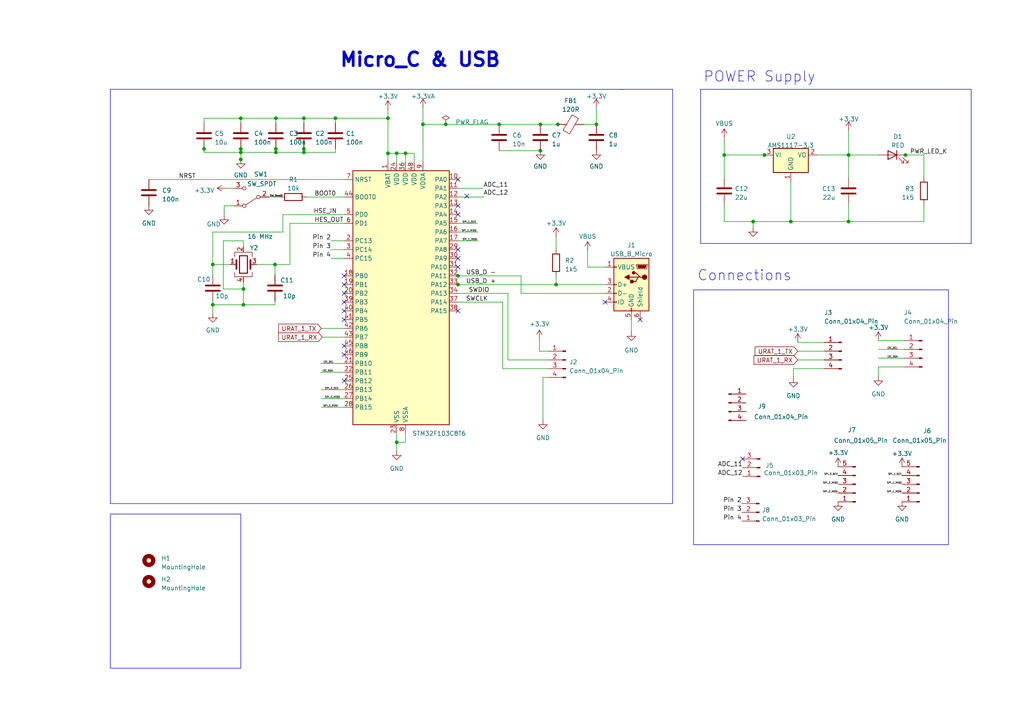
<source format=kicad_sch>
(kicad_sch (version 20230121) (generator eeschema)
  (paper "A4")
  (title_block (date "2023-10-21") (rev "1") (company "Amajd Trablsi "))
  (lib_symbols
    (symbol "Connector:Conn_01x03_Pin" (pin_names (offset 1.016) hide)
      (property "Reference" "J" (at 0 5.08 0))
      (property "Value" "Conn_01x03_Pin" (at 0 -5.08 0))
      (symbol "Conn_01x03_Pin_1_1"
        (polyline (pts (xy 1.27 -2.54) (xy 0.8636 -2.54)) (stroke (width 0.1524)))
        (polyline (pts (xy 1.27 0) (xy 0.8636 0)) (stroke (width 0.1524)))
        (polyline (pts (xy 1.27 2.54) (xy 0.8636 2.54)) (stroke (width 0.1524)))
        (rectangle (start 0.8636 -2.413) (end 0 -2.667) (stroke (width 0.1524)) (fill (type outline)))
        (rectangle (start 0.8636 0.127) (end 0 -0.127) (stroke (width 0.1524)) (fill (type outline)))
        (rectangle (start 0.8636 2.667) (end 0 2.413) (stroke (width 0.1524)) (fill (type outline)))
        (pin passive line (at 5.08 2.54 180) (length 3.81) (name "Pin_1") (number "1"))
        (pin passive line (at 5.08 0 180) (length 3.81) (name "Pin_2") (number "2"))
        (pin passive line (at 5.08 -2.54 180) (length 3.81) (name "Pin_3") (number "3"))
      )
    )
    (symbol "Connector:Conn_01x04_Pin" (pin_names (offset 1.016) hide)
      (property "Reference" "J" (at 0 5.08 0))
      (property "Value" "Conn_01x04_Pin" (at 0 -7.62 0))
      (symbol "Conn_01x04_Pin_1_1"
        (polyline (pts (xy 1.27 -5.08) (xy 0.8636 -5.08)) (stroke (width 0.1524)))
        (polyline (pts (xy 1.27 -2.54) (xy 0.8636 -2.54)) (stroke (width 0.1524)))
        (polyline (pts (xy 1.27 0) (xy 0.8636 0)) (stroke (width 0.1524)))
        (polyline (pts (xy 1.27 2.54) (xy 0.8636 2.54)) (stroke (width 0.1524)))
        (rectangle (start 0.8636 -4.953) (end 0 -5.207) (stroke (width 0.1524)) (fill (type outline)))
        (rectangle (start 0.8636 -2.413) (end 0 -2.667) (stroke (width 0.1524)) (fill (type outline)))
        (rectangle (start 0.8636 0.127) (end 0 -0.127) (stroke (width 0.1524)) (fill (type outline)))
        (rectangle (start 0.8636 2.667) (end 0 2.413) (stroke (width 0.1524)) (fill (type outline)))
        (pin passive line (at 5.08 2.54 180) (length 3.81) (name "Pin_1") (number "1"))
        (pin passive line (at 5.08 0 180) (length 3.81) (name "Pin_2") (number "2"))
        (pin passive line (at 5.08 -2.54 180) (length 3.81) (name "Pin_3") (number "3"))
        (pin passive line (at 5.08 -5.08 180) (length 3.81) (name "Pin_4") (number "4"))
      )
    )
    (symbol "Connector:Conn_01x05_Pin" (pin_names (offset 1.016) hide)
      (property "Reference" "J" (at 0 7.62 0))
      (property "Value" "Conn_01x05_Pin" (at 0 -7.62 0))
      (symbol "Conn_01x05_Pin_1_1"
        (polyline (pts (xy 1.27 -5.08) (xy 0.8636 -5.08)) (stroke (width 0.1524)))
        (polyline (pts (xy 1.27 -2.54) (xy 0.8636 -2.54)) (stroke (width 0.1524)))
        (polyline (pts (xy 1.27 0) (xy 0.8636 0)) (stroke (width 0.1524)))
        (polyline (pts (xy 1.27 2.54) (xy 0.8636 2.54)) (stroke (width 0.1524)))
        (polyline (pts (xy 1.27 5.08) (xy 0.8636 5.08)) (stroke (width 0.1524)))
        (rectangle (start 0.8636 -4.953) (end 0 -5.207) (stroke (width 0.1524)) (fill (type outline)))
        (rectangle (start 0.8636 -2.413) (end 0 -2.667) (stroke (width 0.1524)) (fill (type outline)))
        (rectangle (start 0.8636 0.127) (end 0 -0.127) (stroke (width 0.1524)) (fill (type outline)))
        (rectangle (start 0.8636 2.667) (end 0 2.413) (stroke (width 0.1524)) (fill (type outline)))
        (rectangle (start 0.8636 5.207) (end 0 4.953) (stroke (width 0.1524)) (fill (type outline)))
        (pin passive line (at 5.08 5.08 180) (length 3.81) (name "Pin_1") (number "1"))
        (pin passive line (at 5.08 2.54 180) (length 3.81) (name "Pin_2") (number "2"))
        (pin passive line (at 5.08 0 180) (length 3.81) (name "Pin_3") (number "3"))
        (pin passive line (at 5.08 -2.54 180) (length 3.81) (name "Pin_4") (number "4"))
        (pin passive line (at 5.08 -5.08 180) (length 3.81) (name "Pin_5") (number "5"))
      )
    )
    (symbol "Connector:USB_B_Micro" (pin_names (offset 1.016))
      (property "Reference" "J" (at -5.08 11.43 0))
      (property "Value" "USB_B_Micro" (at -5.08 8.89 0))
      (symbol "USB_B_Micro_0_1"
        (rectangle (start -5.08 -7.62) (end 5.08 7.62) (stroke (width 0.254)) (fill (type background)))
        (circle (center -3.81 2.159) (radius 0.635) (stroke (width 0.254)) (fill (type outline)))
        (circle (center -0.635 3.429) (radius 0.381) (stroke (width 0.254)) (fill (type outline)))
        (rectangle (start -0.127 -7.62) (end 0.127 -6.858))
        (polyline (pts (xy -1.905 2.159) (xy 0.635 2.159)) (stroke (width 0.254)))
        (polyline (pts (xy -3.175 2.159) (xy -2.54 2.159) (xy -1.27 3.429) (xy -0.635 3.429)) (stroke (width 0.254)))
        (polyline (pts (xy -2.54 2.159) (xy -1.905 2.159) (xy -1.27 0.889) (xy 0 0.889)) (stroke (width 0.254)))
        (polyline (pts (xy 0.635 2.794) (xy 0.635 1.524) (xy 1.905 2.159) (xy 0.635 2.794)) (stroke (width 0.254)) (fill (type outline)))
        (polyline (pts (xy -4.318 5.588) (xy -1.778 5.588) (xy -2.032 4.826) (xy -4.064 4.826) (xy -4.318 5.588)) (fill (type outline)))
        (polyline (pts (xy -4.699 5.842) (xy -4.699 5.588) (xy -4.445 4.826) (xy -4.445 4.572) (xy -1.651 4.572) (xy -1.651 4.826) (xy -1.397 5.588) (xy -1.397 5.842) (xy -4.699 5.842)))
        (rectangle (start 0.254 1.27) (end -0.508 0.508) (stroke (width 0.254)) (fill (type outline)))
        (rectangle (start 5.08 -5.207) (end 4.318 -4.953))
        (rectangle (start 5.08 -2.667) (end 4.318 -2.413))
        (rectangle (start 5.08 -0.127) (end 4.318 0.127))
        (rectangle (start 5.08 4.953) (end 4.318 5.207))
      )
      (symbol "USB_B_Micro_1_1"
        (pin power_out line (at 7.62 5.08 180) (length 2.54) (name "VBUS") (number "1"))
        (pin bidirectional line (at 7.62 -2.54 180) (length 2.54) (name "D-") (number "2"))
        (pin bidirectional line (at 7.62 0 180) (length 2.54) (name "D+") (number "3"))
        (pin passive line (at 7.62 -5.08 180) (length 2.54) (name "ID") (number "4"))
        (pin power_out line (at 0 -10.16 90) (length 2.54) (name "GND") (number "5"))
        (pin passive line (at -2.54 -10.16 90) (length 2.54) (name "Shield") (number "6"))
      )
    )
    (symbol "Device:C" (pin_numbers hide) (pin_names (offset 0.254))
      (property "Reference" "C" (at 0.635 2.54 0))
      (property "Value" "C" (at 0.635 -2.54 0))
      (symbol "C_0_1"
        (polyline (pts (xy -2.032 -0.762) (xy 2.032 -0.762)) (stroke (width 0.508)))
        (polyline (pts (xy -2.032 0.762) (xy 2.032 0.762)) (stroke (width 0.508)))
      )
      (symbol "C_1_1"
        (pin passive line (at 0 3.81 270) (length 2.794) (name "~") (number "1"))
        (pin passive line (at 0 -3.81 90) (length 2.794) (name "~") (number "2"))
      )
    )
    (symbol "Device:Crystal_GND24" (pin_names (offset 1.016) hide)
      (property "Reference" "Y" (at 3.175 5.08 0))
      (property "Value" "Crystal_GND24" (at 3.175 3.175 0))
      (symbol "Crystal_GND24_0_1"
        (rectangle (start -1.143 2.54) (end 1.143 -2.54) (stroke (width 0.3048)))
        (polyline (pts (xy -2.54 0) (xy -2.032 0)))
        (polyline (pts (xy -2.032 -1.27) (xy -2.032 1.27)) (stroke (width 0.508)))
        (polyline (pts (xy 0 -3.81) (xy 0 -3.556)))
        (polyline (pts (xy 0 3.556) (xy 0 3.81)))
        (polyline (pts (xy 2.032 -1.27) (xy 2.032 1.27)) (stroke (width 0.508)))
        (polyline (pts (xy 2.032 0) (xy 2.54 0)))
        (polyline (pts (xy -2.54 -2.286) (xy -2.54 -3.556) (xy 2.54 -3.556) (xy 2.54 -2.286)))
        (polyline (pts (xy -2.54 2.286) (xy -2.54 3.556) (xy 2.54 3.556) (xy 2.54 2.286)))
      )
      (symbol "Crystal_GND24_1_1"
        (pin passive line (at -3.81 0 0) (length 1.27) (name "1") (number "1"))
        (pin passive line (at 0 5.08 270) (length 1.27) (name "2") (number "2"))
        (pin passive line (at 3.81 0 180) (length 1.27) (name "3") (number "3"))
        (pin passive line (at 0 -5.08 90) (length 1.27) (name "4") (number "4"))
      )
    )
    (symbol "Device:FerriteBead" (pin_numbers hide) (pin_names (offset 0))
      (property "Reference" "FB" (at -3.81 0.635 90))
      (property "Value" "FerriteBead" (at 3.81 0 90))
      (symbol "FerriteBead_0_1"
        (polyline (pts (xy 0 -1.27) (xy 0 -1.2192)))
        (polyline (pts (xy 0 1.27) (xy 0 1.2954)))
        (polyline (pts (xy -2.7686 0.4064) (xy -1.7018 2.2606) (xy 2.7686 -0.3048) (xy 1.6764 -2.159) (xy -2.7686 0.4064)))
      )
      (symbol "FerriteBead_1_1"
        (pin passive line (at 0 3.81 270) (length 2.54) (name "~") (number "1"))
        (pin passive line (at 0 -3.81 90) (length 2.54) (name "~") (number "2"))
      )
    )
    (symbol "Device:LED" (pin_numbers hide) (pin_names (offset 1.016) hide)
      (property "Reference" "D" (at 0 2.54 0))
      (property "Value" "LED" (at 0 -2.54 0))
      (symbol "LED_0_1"
        (polyline (pts (xy -1.27 -1.27) (xy -1.27 1.27)) (stroke (width 0.254)))
        (polyline (pts (xy -1.27 0) (xy 1.27 0)))
        (polyline (pts (xy 1.27 -1.27) (xy 1.27 1.27) (xy -1.27 0) (xy 1.27 -1.27)) (stroke (width 0.254)))
        (polyline (pts (xy -3.048 -0.762) (xy -4.572 -2.286) (xy -3.81 -2.286) (xy -4.572 -2.286) (xy -4.572 -1.524)))
        (polyline (pts (xy -1.778 -0.762) (xy -3.302 -2.286) (xy -2.54 -2.286) (xy -3.302 -2.286) (xy -3.302 -1.524)))
      )
      (symbol "LED_1_1"
        (pin passive line (at -3.81 0 0) (length 2.54) (name "K") (number "1"))
        (pin passive line (at 3.81 0 180) (length 2.54) (name "A") (number "2"))
      )
    )
    (symbol "Device:R" (pin_numbers hide) (pin_names (offset 0))
      (property "Reference" "R" (at 2.032 0 90))
      (property "Value" "R" (at 0 0 90))
      (symbol "R_0_1"
        (rectangle (start -1.016 -2.54) (end 1.016 2.54) (stroke (width 0.254)))
      )
      (symbol "R_1_1"
        (pin passive line (at 0 3.81 270) (length 1.27) (name "~") (number "1"))
        (pin passive line (at 0 -3.81 90) (length 1.27) (name "~") (number "2"))
      )
    )
    (symbol "MCU_ST_STM32F1:STM32F103C8Tx"
      (property "Reference" "U" (at -12.7 39.37 0))
      (property "Value" "STM32F103C8Tx" (at 10.16 39.37 0))
      (symbol "STM32F103C8Tx_0_1"
        (rectangle (start -12.7 -35.56) (end 15.24 38.1) (stroke (width 0.254)) (fill (type background)))
      )
      (symbol "STM32F103C8Tx_1_1"
        (pin power_in line (at -2.54 40.64 270) (length 2.54) (name "VBAT") (number "1"))
        (pin bidirectional line (at 17.78 35.56 180) (length 2.54) (name "PA0") (number "10"))
        (pin bidirectional line (at 17.78 33.02 180) (length 2.54) (name "PA1") (number "11"))
        (pin bidirectional line (at 17.78 30.48 180) (length 2.54) (name "PA2") (number "12"))
        (pin bidirectional line (at 17.78 27.94 180) (length 2.54) (name "PA3") (number "13"))
        (pin bidirectional line (at 17.78 25.4 180) (length 2.54) (name "PA4") (number "14"))
        (pin bidirectional line (at 17.78 22.86 180) (length 2.54) (name "PA5") (number "15"))
        (pin bidirectional line (at 17.78 20.32 180) (length 2.54) (name "PA6") (number "16"))
        (pin bidirectional line (at 17.78 17.78 180) (length 2.54) (name "PA7") (number "17"))
        (pin bidirectional line (at -15.24 7.62 0) (length 2.54) (name "PB0") (number "18"))
        (pin bidirectional line (at -15.24 5.08 0) (length 2.54) (name "PB1") (number "19"))
        (pin bidirectional line (at -15.24 17.78 0) (length 2.54) (name "PC13") (number "2"))
        (pin bidirectional line (at -15.24 2.54 0) (length 2.54) (name "PB2") (number "20"))
        (pin bidirectional line (at -15.24 -17.78 0) (length 2.54) (name "PB10") (number "21"))
        (pin bidirectional line (at -15.24 -20.32 0) (length 2.54) (name "PB11") (number "22"))
        (pin power_in line (at 0 -38.1 90) (length 2.54) (name "VSS") (number "23"))
        (pin power_in line (at 0 40.64 270) (length 2.54) (name "VDD") (number "24"))
        (pin bidirectional line (at -15.24 -22.86 0) (length 2.54) (name "PB12") (number "25"))
        (pin bidirectional line (at -15.24 -25.4 0) (length 2.54) (name "PB13") (number "26"))
        (pin bidirectional line (at -15.24 -27.94 0) (length 2.54) (name "PB14") (number "27"))
        (pin bidirectional line (at -15.24 -30.48 0) (length 2.54) (name "PB15") (number "28"))
        (pin bidirectional line (at 17.78 15.24 180) (length 2.54) (name "PA8") (number "29"))
        (pin bidirectional line (at -15.24 15.24 0) (length 2.54) (name "PC14") (number "3"))
        (pin bidirectional line (at 17.78 12.7 180) (length 2.54) (name "PA9") (number "30"))
        (pin bidirectional line (at 17.78 10.16 180) (length 2.54) (name "PA10") (number "31"))
        (pin bidirectional line (at 17.78 7.62 180) (length 2.54) (name "PA11") (number "32"))
        (pin bidirectional line (at 17.78 5.08 180) (length 2.54) (name "PA12") (number "33"))
        (pin bidirectional line (at 17.78 2.54 180) (length 2.54) (name "PA13") (number "34"))
        (pin passive line (at 0 -38.1 90) (length 2.54) hide (name "VSS") (number "35"))
        (pin power_in line (at 2.54 40.64 270) (length 2.54) (name "VDD") (number "36"))
        (pin bidirectional line (at 17.78 0 180) (length 2.54) (name "PA14") (number "37"))
        (pin bidirectional line (at 17.78 -2.54 180) (length 2.54) (name "PA15") (number "38"))
        (pin bidirectional line (at -15.24 0 0) (length 2.54) (name "PB3") (number "39"))
        (pin bidirectional line (at -15.24 12.7 0) (length 2.54) (name "PC15") (number "4"))
        (pin bidirectional line (at -15.24 -2.54 0) (length 2.54) (name "PB4") (number "40"))
        (pin bidirectional line (at -15.24 -5.08 0) (length 2.54) (name "PB5") (number "41"))
        (pin bidirectional line (at -15.24 -7.62 0) (length 2.54) (name "PB6") (number "42"))
        (pin bidirectional line (at -15.24 -10.16 0) (length 2.54) (name "PB7") (number "43"))
        (pin input line (at -15.24 30.48 0) (length 2.54) (name "BOOT0") (number "44"))
        (pin bidirectional line (at -15.24 -12.7 0) (length 2.54) (name "PB8") (number "45"))
        (pin bidirectional line (at -15.24 -15.24 0) (length 2.54) (name "PB9") (number "46"))
        (pin passive line (at 0 -38.1 90) (length 2.54) hide (name "VSS") (number "47"))
        (pin power_in line (at 5.08 40.64 270) (length 2.54) (name "VDD") (number "48"))
        (pin bidirectional line (at -15.24 25.4 0) (length 2.54) (name "PD0") (number "5"))
        (pin bidirectional line (at -15.24 22.86 0) (length 2.54) (name "PD1") (number "6"))
        (pin input line (at -15.24 35.56 0) (length 2.54) (name "NRST") (number "7"))
        (pin power_in line (at 2.54 -38.1 90) (length 2.54) (name "VSSA") (number "8"))
        (pin power_in line (at 7.62 40.64 270) (length 2.54) (name "VDDA") (number "9"))
      )
    )
    (symbol "Mechanical:MountingHole" (pin_names (offset 1.016))
      (property "Reference" "H" (at 0 5.08 0))
      (property "Value" "MountingHole" (at 0 3.175 0))
      (symbol "MountingHole_0_1"
        (circle (center 0 0) (radius 1.27) (stroke (width 1.27)))
      )
    )
    (symbol "Regulator_Linear:AMS1117-3.3"
      (property "Reference" "U" (at -3.81 3.175 0))
      (property "Value" "AMS1117-3.3" (at 0 3.175 0))
      (symbol "AMS1117-3.3_0_1"
        (rectangle (start -5.08 -5.08) (end 5.08 1.905) (stroke (width 0.254)) (fill (type background)))
      )
      (symbol "AMS1117-3.3_1_1"
        (pin power_in line (at 0 -7.62 90) (length 2.54) (name "GND") (number "1"))
        (pin power_out line (at 7.62 0 180) (length 2.54) (name "VO") (number "2"))
        (pin power_in line (at -7.62 0 0) (length 2.54) (name "VI") (number "3"))
      )
    )
    (symbol "Switch:SW_SPDT" (pin_names (offset 0) hide)
      (property "Reference" "SW" (at 0 4.318 0))
      (property "Value" "SW_SPDT" (at 0 -5.08 0))
      (symbol "SW_SPDT_0_0"
        (circle (center -2.032 0) (radius 0.508))
        (circle (center 2.032 -2.54) (radius 0.508))
      )
      (symbol "SW_SPDT_0_1"
        (polyline (pts (xy -1.524 0.254) (xy 1.651 2.286)))
        (circle (center 2.032 2.54) (radius 0.508))
      )
      (symbol "SW_SPDT_1_1"
        (pin passive line (at 5.08 2.54 180) (length 2.54) (name "A") (number "1"))
        (pin passive line (at -5.08 0 0) (length 2.54) (name "B") (number "2"))
        (pin passive line (at 5.08 -2.54 180) (length 2.54) (name "C") (number "3"))
      )
    )
    (symbol "power:+3.3V" (power) (pin_names (offset 0))
      (property "Value" "+3.3V" (at 0 3.556 0))
      (symbol "+3.3V_0_1"
        (polyline (pts (xy -0.762 1.27) (xy 0 2.54)))
        (polyline (pts (xy 0 0) (xy 0 2.54)))
        (polyline (pts (xy 0 2.54) (xy 0.762 1.27)))
      )
      (symbol "+3.3V_1_1"
        (pin power_in line (at 0 0 90) (length 0) hide (name "+3.3V") (number "1"))
      )
    )
    (symbol "power:+3.3VA" (power) (pin_names (offset 0))
      (property "Value" "+3.3VA" (at 0 3.556 0))
      (symbol "+3.3VA_0_1"
        (polyline (pts (xy -0.762 1.27) (xy 0 2.54)))
        (polyline (pts (xy 0 0) (xy 0 2.54)))
        (polyline (pts (xy 0 2.54) (xy 0.762 1.27)))
      )
      (symbol "+3.3VA_1_1"
        (pin power_in line (at 0 0 90) (length 0) hide (name "+3.3VA") (number "1"))
      )
    )
    (symbol "power:GND" (power) (pin_names (offset 0))
      (property "Value" "GND" (at 0 -3.81 0))
      (symbol "GND_0_1"
        (polyline (pts (xy 0 0) (xy 0 -1.27) (xy 1.27 -1.27) (xy 0 -2.54) (xy -1.27 -1.27) (xy 0 -1.27)))
      )
      (symbol "GND_1_1"
        (pin power_in line (at 0 0 270) (length 0) hide (name "GND") (number "1"))
      )
    )
    (symbol "power:PWR_FLAG" (power) (pin_numbers hide) (pin_names (offset 0) hide)
      (property "Value" "PWR_FLAG" (at 0 3.81 0))
      (symbol "PWR_FLAG_0_0"
        (pin power_out line (at 0 0 90) (length 0) (name "pwr") (number "1"))
      )
      (symbol "PWR_FLAG_0_1"
        (polyline (pts (xy 0 0) (xy 0 1.27) (xy -1.016 1.905) (xy 0 2.54) (xy 1.016 1.905) (xy 0 1.27)))
      )
    )
    (symbol "power:VBUS" (power) (pin_names (offset 0))
      (property "Value" "VBUS" (at 0 3.81 0))
      (symbol "VBUS_0_1"
        (polyline (pts (xy -0.762 1.27) (xy 0 2.54)))
        (polyline (pts (xy 0 0) (xy 0 2.54)))
        (polyline (pts (xy 0 2.54) (xy 0.762 1.27)))
      )
      (symbol "VBUS_1_1"
        (pin power_in line (at 0 0 90) (length 0) hide (name "VBUS") (number "1"))
      )
    )
  )
  (junction (at 117.602 44.45))
  (junction (at 132.842 82.55))
  (junction (at 210.058 44.958))
  (junction (at 112.522 34.29))
  (junction (at 80.01 44.196))
  (junction (at 115.062 44.45))
  (junction (at 97.282 34.29))
  (junction (at 221.742 44.958))
  (junction (at 161.29 82.55))
  (junction (at 115.062 128.27))
  (junction (at 218.44 64.262))
  (junction (at 80.01 34.29))
  (junction (at 79.756 76.708))
  (junction (at 69.85 44.196))
  (junction (at 229.362 64.262))
  (junction (at 262.636 44.958))
  (junction (at 69.85 34.29))
  (junction (at 59.182 43.18))
  (junction (at 122.682 36.068))
  (junction (at 246.126 64.262))
  (junction (at 156.718 36.068))
  (junction (at 69.85 46.228))
  (junction (at 156.718 43.688))
  (junction (at 144.78 36.068))
  (junction (at 70.612 88.392))
  (junction (at 88.138 43.18))
  (junction (at 80.01 43.18))
  (junction (at 112.522 44.45))
  (junction (at 70.612 83.82))
  (junction (at 61.722 76.708))
  (junction (at 132.842 80.01))
  (junction (at 172.974 36.068))
  (junction (at 88.138 34.29))
  (junction (at 69.85 43.18))
  (junction (at 88.138 44.196))
  (junction (at 246.126 44.958))
  (junction (at 129.286 36.068))
  (junction (at 161.798 36.068))
  (junction (at 61.722 88.392))
  (no_connect (at 132.842 77.47))
  (no_connect (at 132.842 72.39))
  (no_connect (at 132.842 52.07))
  (no_connect (at 99.822 85.09))
  (no_connect (at 99.822 100.33))
  (no_connect (at 99.822 92.71))
  (no_connect (at 132.842 59.69))
  (no_connect (at 185.674 92.71))
  (no_connect (at 99.822 80.01))
  (no_connect (at 132.842 62.23))
  (no_connect (at 99.822 82.55))
  (no_connect (at 215.392 133.096))
  (no_connect (at 135.382 56.896))
  (no_connect (at 99.822 87.63))
  (no_connect (at 132.842 90.17))
  (no_connect (at 132.842 74.93))
  (no_connect (at 99.822 110.49))
  (no_connect (at 175.514 87.63))
  (no_connect (at 99.822 102.87))
  (no_connect (at 99.822 90.17))
  (wire (pts (xy 97.282 34.29) (xy 112.522 34.29)))
  (wire (pts (xy 254.762 98.806) (xy 262.382 98.806)))
  (wire (pts (xy 112.522 34.29) (xy 112.522 44.45)))
  (wire (pts (xy 80.01 44.196) (xy 88.138 44.196)))
  (wire (pts (xy 210.058 59.182) (xy 210.058 64.262)))
  (wire (pts (xy 59.182 44.196) (xy 69.85 44.196)))
  (wire (pts (xy 246.126 44.958) (xy 255.016 44.958)))
  (wire (pts (xy 69.85 44.196) (xy 80.01 44.196)))
  (wire (pts (xy 79.756 87.376) (xy 79.756 88.392)))
  (wire (pts (xy 145.796 106.934) (xy 159.004 106.934)))
  (wire (pts (xy 156.464 101.854) (xy 156.464 98.298)))
  (wire (pts (xy 92.964 107.95) (xy 99.822 107.95)))
  (wire (pts (xy 239.014 104.394) (xy 231.394 104.394)))
  (wire (pts (xy 262.382 44.958) (xy 262.636 44.958)))
  (wire (pts (xy 79.756 88.392) (xy 70.612 88.392)))
  (wire (pts (xy 93.218 113.03) (xy 99.822 113.03)))
  (wire (pts (xy 69.85 35.56) (xy 69.85 34.29)))
  (wire (pts (xy 132.842 64.77) (xy 138.43 64.77)))
  (wire (pts (xy 93.472 97.79) (xy 99.822 97.79)))
  (wire (pts (xy 93.218 115.57) (xy 99.822 115.57)))
  (wire (pts (xy 97.282 43.18) (xy 97.282 44.196)))
  (wire (pts (xy 70.612 69.85) (xy 64.77 69.85)))
  (wire (pts (xy 112.522 44.45) (xy 115.062 44.45)))
  (wire (pts (xy 99.822 62.23) (xy 82.042 62.23)))
  (wire (pts (xy 59.182 41.148) (xy 59.182 43.18)))
  (wire (pts (xy 254.762 101.346) (xy 262.382 101.346)))
  (wire (pts (xy 80.01 44.196) (xy 80.01 43.18)))
  (wire (pts (xy 132.842 85.09) (xy 147.32 85.09)))
  (wire (pts (xy 115.062 125.73) (xy 115.062 128.27)))
  (wire (pts (xy 64.77 69.85) (xy 64.77 83.82)))
  (wire (pts (xy 132.842 57.15) (xy 140.208 57.15)))
  (wire (pts (xy 61.722 67.31) (xy 61.722 76.708)))
  (wire (pts (xy 79.756 76.708) (xy 74.422 76.708)))
  (wire (pts (xy 169.418 36.068) (xy 172.974 36.068)))
  (wire (pts (xy 65.024 59.69) (xy 65.024 62.484)))
  (wire (pts (xy 80.01 35.56) (xy 80.01 34.29)))
  (wire (pts (xy 246.126 44.958) (xy 246.126 51.562)))
  (wire (pts (xy 93.218 118.11) (xy 99.822 118.11)))
  (wire (pts (xy 172.974 31.242) (xy 172.974 36.068)))
  (wire (pts (xy 132.842 80.01) (xy 151.13 80.01)))
  (wire (pts (xy 59.182 35.56) (xy 59.182 34.29)))
  (wire (pts (xy 69.85 41.148) (xy 69.85 43.18)))
  (wire (pts (xy 115.062 128.27) (xy 115.062 130.81)))
  (wire (pts (xy 170.434 77.47) (xy 175.514 77.47)))
  (wire (pts (xy 117.602 44.45) (xy 117.602 46.99)))
  (wire (pts (xy 161.29 82.55) (xy 175.514 82.55)))
  (wire (pts (xy 230.124 109.728) (xy 230.124 106.934)))
  (wire (pts (xy 79.756 76.708) (xy 79.756 79.756)))
  (wire (pts (xy 70.612 83.82) (xy 70.612 88.392)))
  (wire (pts (xy 151.13 85.09) (xy 151.13 80.01)))
  (wire (pts (xy 115.062 44.45) (xy 115.062 46.99)))
  (wire (pts (xy 144.78 36.068) (xy 156.718 36.068)))
  (wire (pts (xy 132.842 82.55) (xy 161.29 82.55)))
  (wire (pts (xy 145.796 87.63) (xy 145.796 106.934)))
  (wire (pts (xy 61.722 87.376) (xy 61.722 88.392)))
  (wire (pts (xy 231.394 101.854) (xy 239.014 101.854)))
  (wire (pts (xy 246.126 59.182) (xy 246.126 64.262)))
  (wire (pts (xy 93.218 95.25) (xy 99.822 95.25)))
  (wire (pts (xy 129.286 36.068) (xy 144.78 36.068)))
  (polyline (pts (xy 32.004 25.908) (xy 32.004 146.05)))
  (wire (pts (xy 61.722 76.708) (xy 66.802 76.708)))
  (wire (pts (xy 140.208 56.896) (xy 140.208 57.15)))
  (wire (pts (xy 262.636 44.958) (xy 267.97 44.958)))
  (wire (pts (xy 147.32 104.394) (xy 147.32 85.09)))
  (wire (pts (xy 132.842 69.85) (xy 138.684 69.85)))
  (polyline (pts (xy 203.2 70.612) (xy 281.686 70.612)))
  (wire (pts (xy 112.522 31.75) (xy 112.522 34.29)))
  (wire (pts (xy 99.822 64.77) (xy 84.074 64.77)))
  (wire (pts (xy 80.01 34.29) (xy 88.138 34.29)))
  (wire (pts (xy 88.138 44.196) (xy 97.282 44.196)))
  (wire (pts (xy 144.78 43.688) (xy 156.718 43.688)))
  (wire (pts (xy 132.842 54.61) (xy 140.208 54.61)))
  (wire (pts (xy 88.138 35.56) (xy 88.138 34.29)))
  (wire (pts (xy 59.182 43.18) (xy 59.182 44.196)))
  (wire (pts (xy 161.798 36.068) (xy 162.052 36.068)))
  (wire (pts (xy 88.138 43.18) (xy 88.138 44.196)))
  (wire (pts (xy 117.602 44.45) (xy 120.142 44.45)))
  (wire (pts (xy 70.612 88.392) (xy 61.722 88.392)))
  (wire (pts (xy 254.762 106.426) (xy 262.382 106.426)))
  (wire (pts (xy 77.978 57.15) (xy 81.28 57.15)))
  (polyline (pts (xy 32.004 146.05) (xy 195.072 146.05)))
  (polyline (pts (xy 203.2 25.908) (xy 203.2 70.612)))
  (wire (pts (xy 267.97 64.262) (xy 246.126 64.262)))
  (wire (pts (xy 96.012 69.85) (xy 99.822 69.85)))
  (wire (pts (xy 210.058 64.262) (xy 218.44 64.262)))
  (polyline (pts (xy 195.072 25.908) (xy 195.072 146.05)))
  (wire (pts (xy 120.142 44.45) (xy 120.142 46.99)))
  (wire (pts (xy 157.48 109.474) (xy 159.004 109.474)))
  (wire (pts (xy 175.514 85.09) (xy 151.13 85.09)))
  (wire (pts (xy 115.062 128.27) (xy 117.602 128.27)))
  (wire (pts (xy 159.004 101.854) (xy 156.464 101.854)))
  (wire (pts (xy 132.588 82.55) (xy 132.842 82.55)))
  (wire (pts (xy 122.682 36.068) (xy 122.682 46.99)))
  (wire (pts (xy 82.042 62.23) (xy 82.042 67.31)))
  (polyline (pts (xy 180.594 25.908) (xy 32.004 25.908)))
  (wire (pts (xy 88.9 57.15) (xy 99.822 57.15)))
  (polyline (pts (xy 281.686 25.908) (xy 203.2 25.908)))
  (wire (pts (xy 59.182 34.29) (xy 69.85 34.29)))
  (wire (pts (xy 262.382 103.886) (xy 254.762 103.886)))
  (wire (pts (xy 236.982 44.958) (xy 246.126 44.958)))
  (wire (pts (xy 61.722 88.392) (xy 61.722 90.932)))
  (wire (pts (xy 97.282 34.29) (xy 97.282 35.56)))
  (wire (pts (xy 210.058 44.958) (xy 221.742 44.958)))
  (wire (pts (xy 92.964 105.41) (xy 99.822 105.41)))
  (wire (pts (xy 159.004 104.394) (xy 147.32 104.394)))
  (wire (pts (xy 88.138 34.29) (xy 97.282 34.29)))
  (wire (pts (xy 112.522 44.45) (xy 112.522 46.99)))
  (wire (pts (xy 254.762 109.22) (xy 254.762 106.426)))
  (wire (pts (xy 69.85 43.18) (xy 69.85 44.196)))
  (wire (pts (xy 267.97 59.182) (xy 267.97 64.262)))
  (wire (pts (xy 132.588 80.01) (xy 132.842 80.01)))
  (wire (pts (xy 231.394 99.314) (xy 239.014 99.314)))
  (wire (pts (xy 88.138 41.148) (xy 88.138 43.18)))
  (wire (pts (xy 230.124 106.934) (xy 239.014 106.934)))
  (wire (pts (xy 218.44 64.262) (xy 218.44 66.04)))
  (wire (pts (xy 132.842 67.31) (xy 138.684 67.31)))
  (wire (pts (xy 84.074 76.708) (xy 79.756 76.708)))
  (wire (pts (xy 61.722 67.31) (xy 82.042 67.31)))
  (wire (pts (xy 96.012 74.93) (xy 99.822 74.93)))
  (wire (pts (xy 122.682 36.068) (xy 129.286 36.068)))
  (polyline (pts (xy 281.686 25.908) (xy 281.686 70.612)))
  (wire (pts (xy 67.818 59.69) (xy 65.024 59.69)))
  (wire (pts (xy 70.612 71.628) (xy 70.612 69.85)))
  (wire (pts (xy 65.532 54.61) (xy 67.818 54.61)))
  (wire (pts (xy 229.362 52.578) (xy 229.362 64.262)))
  (wire (pts (xy 161.29 68.58) (xy 161.29 72.39)))
  (wire (pts (xy 70.612 83.82) (xy 70.612 81.788)))
  (wire (pts (xy 64.77 83.82) (xy 70.612 83.82)))
  (wire (pts (xy 115.062 44.45) (xy 117.602 44.45)))
  (wire (pts (xy 221.742 44.958) (xy 221.996 44.958)))
  (wire (pts (xy 246.126 44.958) (xy 246.126 37.846)))
  (wire (pts (xy 43.18 52.07) (xy 99.822 52.07)))
  (wire (pts (xy 96.012 72.39) (xy 99.822 72.39)))
  (wire (pts (xy 61.722 76.708) (xy 61.722 79.756)))
  (wire (pts (xy 69.85 34.29) (xy 80.01 34.29)))
  (wire (pts (xy 229.362 64.262) (xy 246.126 64.262)))
  (wire (pts (xy 122.682 31.242) (xy 122.682 36.068)))
  (wire (pts (xy 117.602 128.27) (xy 117.602 125.73)))
  (wire (pts (xy 210.058 51.562) (xy 210.058 44.958)))
  (wire (pts (xy 218.44 64.262) (xy 229.362 64.262)))
  (wire (pts (xy 69.85 46.228) (xy 69.85 46.482)))
  (wire (pts (xy 132.842 87.63) (xy 145.796 87.63)))
  (wire (pts (xy 69.85 44.196) (xy 69.85 46.228)))
  (wire (pts (xy 80.01 41.148) (xy 80.01 43.18)))
  (wire (pts (xy 210.058 39.878) (xy 210.058 44.958)))
  (wire (pts (xy 157.48 121.92) (xy 157.48 109.474)))
  (wire (pts (xy 84.074 64.77) (xy 84.074 76.708)))
  (wire (pts (xy 183.134 92.71) (xy 183.134 96.266)))
  (wire (pts (xy 170.434 72.644) (xy 170.434 77.47)))
  (wire (pts (xy 161.29 80.01) (xy 161.29 82.55)))
  (polyline (pts (xy 179.832 25.908) (xy 195.072 25.908)))
  (wire (pts (xy 156.718 36.068) (xy 161.798 36.068)))
  (wire (pts (xy 267.97 44.958) (xy 267.97 51.562)))
  (rectangle (start 201.168 84.074) (end 275.082 157.988))
  (rectangle (start 32.004 149.098) (end 69.85 193.802))
  (text "POWER Supply\n" (at 203.962 24.13 0) (effects (font (size 3 3)) (justify left bottom)))
  (text "Connections" (at 202.184 81.788 0) (effects (font (size 3 3)) (justify left bottom)))
  (text "Micro_C & USB\n" (at 98.298 19.812 0) (effects (font (size 4 4) (thickness 0.8) bold) (justify left bottom)))
  (label "I2C_SDA" (at 257.302 103.886 0) (effects (font (size 0.5 0.5) bold)))
  (label "Pin 4" (at 215.138 151.13 180))
  (label "I2C_SCL" (at 257.302 101.346 0) (effects (font (size 0.5 0.5) bold)))
  (label "SW_Boot0" (at 78.232 57.15 0) (effects (font (size 0.508 0.508))))
  (label "SPI_1_MISO" (at 133.858 67.31 0) (effects (font (size 0.5 0.5) bold)))
  (label "BOOT0" (at 91.186 57.15 0))
  (label "SWCLK" (at 135.128 87.63 0))
  (label "SPI_1_MOSI" (at 261.62 143.002 180) (effects (font (size 0.5 0.5) bold)))
  (label "Pin 3" (at 96.012 72.39 180))
  (label "Pin 3" (at 215.138 148.59 180))
  (label "SPI_2_MOSI" (at 243.078 143.002 180) (effects (font (size 0.5 0.5) bold)))
  (label "SPI_2_MISO" (at 94.234 115.57 0) (effects (font (size 0.5 0.5) bold)))
  (label "I2C_SDA" (at 93.472 107.95 0) (effects (font (size 0.5 0.5) bold)))
  (label "USB_D +" (at 135.128 82.55 0))
  (label "SPI_2_SCK" (at 94.234 113.03 0) (effects (font (size 0.5 0.5) bold)))
  (label "HES_OUT" (at 91.186 64.77 0))
  (label "Pin 4" (at 96.012 74.93 180))
  (label "HSE_IN" (at 90.932 62.23 0))
  (label "SWDIO" (at 135.89 85.09 0))
  (label "Pin 2" (at 215.138 146.05 180))
  (label "USB_D -" (at 135.128 80.01 0))
  (label "ADC_12" (at 215.392 138.176 180))
  (label "ADC_11" (at 215.392 135.636 180))
  (label "SPI_1_SCK" (at 261.62 137.922 180) (effects (font (size 0.5 0.5) bold)))
  (label "ADC_12" (at 140.208 56.896 0))
  (label "SPI_2_MISO" (at 243.078 140.462 180) (effects (font (size 0.5 0.5) bold)))
  (label "SPI_2_MOSI" (at 93.726 118.11 0) (effects (font (size 0.5 0.5) bold)))
  (label "SPI_1_MOSI" (at 134.112 69.85 0) (effects (font (size 0.5 0.5) bold)))
  (label "PWR_LED_K" (at 263.906 44.958 0))
  (label "ADC_11" (at 140.208 54.61 0))
  (label "Pin 2" (at 96.012 69.85 180))
  (label "I2C_SCL" (at 93.726 105.41 0) (effects (font (size 0.5 0.5) bold)))
  (label "SPI_2_SCK" (at 243.078 137.922 180) (effects (font (size 0.5 0.5) bold)))
  (label "SPI_1_MISO" (at 261.62 140.462 180) (effects (font (size 0.5 0.5) bold)))
  (label "NRST" (at 51.816 52.07 0))
  (label "SPI_1_SCK" (at 134.112 64.77 0) (effects (font (size 0.5 0.5) bold)))
  (global_label "URAT_1_RX" (shape input) (at 93.472 97.79 180) (property "Intersheetrefs" "${INTERSHEET_REFS}" (effects hide)))
  (global_label "URAT_1_TX" (shape input) (at 231.394 101.854 180) (property "Intersheetrefs" "${INTERSHEET_REFS}" (effects hide)))
  (global_label "URAT_1_TX" (shape input) (at 93.218 95.25 180) (property "Intersheetrefs" "${INTERSHEET_REFS}" (effects hide)))
  (global_label "URAT_1_RX" (shape input) (at 231.394 104.394 180) (property "Intersheetrefs" "${INTERSHEET_REFS}" (effects hide)))
  (symbol (lib_id "Device:Crystal_GND24") (at 70.612 76.708 0) (unit 1)
    (property "Reference" "Y2" (at 73.66 71.882 0))
    (property "Value" "16 MHz" (at 75.438 68.58 0))
    (property "Footprint" "Crystal:Crystal_SMD_3225-4Pin_3.2x2.5mm" (effects hide))
  )
  (symbol (lib_id "power:GND") (at 261.62 145.542 0) (unit 1)
    (property "Reference" "#PWR029" (effects hide))
    (property "Value" "GND" (at 261.62 150.622 0))
  )
  (symbol (lib_id "power:GND") (at 69.85 46.228 0) (unit 1)
    (property "Reference" "#PWR03" (effects hide))
    (property "Value" "GND" (at 69.85 50.8 0))
  )
  (symbol (lib_id "Device:C") (at 97.282 39.37 0) (unit 1)
    (property "Reference" "C1" (at 100.33 38.735 0) (effects (justify left)))
    (property "Value" "100n" (at 100.33 41.275 0) (effects (justify left)))
    (property "Footprint" "Capacitor_SMD:C_0402_1005Metric" (effects hide))
  )
  (symbol (lib_id "power:GND") (at 156.718 43.688 0) (unit 1)
    (property "Reference" "#PWR05" (effects hide))
    (property "Value" "GND" (at 156.718 48.26 0))
  )
  (symbol (lib_id "power:GND") (at 243.078 145.542 0) (unit 1)
    (property "Reference" "#PWR028" (effects hide))
    (property "Value" "GND" (at 243.078 150.622 0))
  )
  (symbol (lib_id "power:+3.3V") (at 156.464 98.298 0) (unit 1)
    (property "Reference" "#PWR014" (effects hide))
    (property "Value" "+3.3V" (at 156.464 93.98 0))
  )
  (symbol (lib_id "Device:C") (at 144.78 39.878 0) (unit 1)
    (property "Reference" "C6" (at 148.59 39.243 0) (effects (justify left)))
    (property "Value" "10n" (at 148.59 41.783 0) (effects (justify left)))
    (property "Footprint" "Capacitor_SMD:C_0402_1005Metric" (effects hide))
  )
  (symbol (lib_id "Connector:Conn_01x04_Pin") (at 164.084 104.394 0) (mirror y) (unit 1)
    (property "Reference" "J2" (at 165.1 105.029 0) (effects (justify right)))
    (property "Value" "Conn_01x04_Pin" (at 165.1 107.569 0) (effects (justify right)))
    (property "Footprint" "Connector_PinHeader_2.54mm:PinHeader_1x04_P2.54mm_Vertical" (effects hide))
  )
  (symbol (lib_id "Mechanical:MountingHole") (at 43.18 168.656 0) (unit 1)
    (property "Reference" "H2" (at 46.736 168.021 0) (effects (justify left)))
    (property "Value" "MountingHole" (at 46.736 170.561 0) (effects (justify left)))
    (property "Footprint" "MountingHole:MountingHole_2.1mm" (effects hide))
  )
  (symbol (lib_id "power:GND") (at 183.134 96.266 0) (unit 1)
    (property "Reference" "#PWR011" (effects hide))
    (property "Value" "GND" (at 183.134 101.6 0))
  )
  (symbol (lib_id "Device:C") (at 88.138 39.37 0) (unit 1)
    (property "Reference" "C2" (at 91.44 38.735 0) (effects (justify left)))
    (property "Value" "100n" (at 91.44 41.275 0) (effects (justify left)))
    (property "Footprint" "Capacitor_SMD:C_0402_1005Metric" (effects hide))
  )
  (symbol (lib_id "Connector:Conn_01x04_Pin") (at 267.462 101.346 0) (mirror y) (unit 1)
    (property "Reference" "J4" (at 262.128 90.678 0) (effects (justify right)))
    (property "Value" "Conn_01x04_Pin" (at 262.128 93.218 0) (effects (justify right)))
    (property "Footprint" "Connector_PinHeader_2.54mm:PinHeader_1x04_P2.54mm_Vertical" (effects hide))
  )
  (symbol (lib_id "Device:C") (at 246.126 55.372 0) (mirror y) (unit 1)
    (property "Reference" "C13" (at 242.316 54.737 0) (effects (justify left)))
    (property "Value" "22u" (at 242.316 57.277 0) (effects (justify left)))
    (property "Footprint" "Capacitor_SMD:C_0805_2012Metric" (effects hide))
  )
  (symbol (lib_id "Device:C") (at 172.974 39.878 0) (unit 1)
    (property "Reference" "C8" (at 176.53 39.243 0) (effects (justify left)))
    (property "Value" "1u" (at 176.53 41.783 0) (effects (justify left)))
    (property "Footprint" "Capacitor_SMD:C_0402_1005Metric" (effects hide))
  )
  (symbol (lib_id "power:+3.3V") (at 172.974 31.242 0) (unit 1)
    (property "Reference" "#PWR07" (effects hide))
    (property "Value" "+3.3V" (at 172.974 27.94 0))
  )
  (symbol (lib_id "Device:C") (at 80.01 39.37 0) (unit 1)
    (property "Reference" "C3" (at 83.82 38.735 0) (effects (justify left)))
    (property "Value" "100n" (at 83.82 41.275 0) (effects (justify left)))
    (property "Footprint" "Capacitor_SMD:C_0402_1005Metric" (effects hide))
  )
  (symbol (lib_id "Connector:Conn_01x04_Pin") (at 244.094 101.854 0) (mirror y) (unit 1)
    (property "Reference" "J3" (at 239.014 90.678 0) (effects (justify right)))
    (property "Value" "Conn_01x04_Pin" (at 239.014 93.218 0) (effects (justify right)))
    (property "Footprint" "Connector_PinHeader_2.54mm:PinHeader_1x04_P2.54mm_Vertical" (effects hide))
  )
  (symbol (lib_id "Device:C") (at 59.182 39.37 0) (unit 1)
    (property "Reference" "C5" (at 62.23 38.735 0) (effects (justify left)))
    (property "Value" "10u" (at 62.23 41.275 0) (effects (justify left)))
    (property "Footprint" "Capacitor_SMD:C_0603_1608Metric" (effects hide))
  )
  (symbol (lib_id "Device:R") (at 85.09 57.15 90) (unit 1)
    (property "Reference" "R1" (at 85.09 52.07 90))
    (property "Value" "10k" (at 85.09 54.61 90))
    (property "Footprint" "Resistor_SMD:R_0402_1005Metric" (effects hide))
  )
  (symbol (lib_id "power:GND") (at 218.44 66.04 0) (unit 1)
    (property "Reference" "#PWR018" (effects hide))
    (property "Value" "GND" (effects hide))
  )
  (symbol (lib_id "Device:C") (at 210.058 55.372 0) (unit 1)
    (property "Reference" "C12" (at 213.106 54.737 0) (effects (justify left)))
    (property "Value" "22u" (at 213.106 57.277 0) (effects (justify left)))
    (property "Footprint" "Capacitor_SMD:C_0805_2012Metric" (effects hide))
  )
  (symbol (lib_id "power:GND") (at 65.024 62.484 0) (unit 1)
    (property "Reference" "#PWR010" (effects hide))
    (property "Value" "GND" (at 61.976 65.024 0))
  )
  (symbol (lib_id "Switch:SW_SPDT") (at 72.898 57.15 180) (unit 1)
    (property "Reference" "SW1" (at 75.692 50.546 0))
    (property "Value" "SW_SPDT" (at 75.946 53.34 0))
    (property "Footprint" "Button_Switch_SMD:SW_SPDT_PCM12" (effects hide))
  )
  (symbol (lib_id "Connector:Conn_01x04_Pin") (at 211.328 116.84 0) (unit 1)
    (property "Reference" "J9" (at 220.98 117.856 0))
    (property "Value" "Conn_01x04_Pin" (at 226.568 120.904 0))
  )
  (symbol (lib_id "Connector:Conn_01x05_Pin") (at 248.158 140.462 180) (unit 1)
    (property "Reference" "J7" (at 245.872 124.714 0) (effects (justify right)))
    (property "Value" "Conn_01x05_Pin" (at 241.808 127.762 0) (effects (justify right)))
    (property "Footprint" "Connector_PinHeader_2.54mm:PinHeader_1x05_P2.54mm_Vertical" (effects hide))
  )
  (symbol (lib_id "Device:R") (at 267.97 55.372 0) (unit 1)
    (property "Reference" "R3" (at 265.176 54.737 0) (effects (justify right)))
    (property "Value" "1k5" (at 265.176 57.277 0) (effects (justify right)))
    (property "Footprint" "Resistor_SMD:R_0402_1005Metric" (effects hide))
  )
  (symbol (lib_id "MCU_ST_STM32F1:STM32F103C8Tx") (at 115.062 87.63 0) (unit 1)
    (property "Reference" "U1" (effects hide))
    (property "Value" "STM32F103C8T6" (at 119.5579 125.73 0) (effects (justify left)))
    (property "Footprint" "Package_QFP:LQFP-48_7x7mm_P0.5mm" (effects hide))
    (property "Datasheet" "https://www.st.com/resource/en/datasheet/stm32f103c8.pdf" (effects hide))
  )
  (symbol (lib_id "Device:C") (at 79.756 83.566 0) (unit 1)
    (property "Reference" "C11" (at 81.28 81.28 0) (effects (justify left)))
    (property "Value" "10p" (at 82.042 85.852 0) (effects (justify left)))
    (property "Footprint" "Capacitor_SMD:C_0402_1005Metric" (effects hide))
  )
  (symbol (lib_id "power:GND") (at 43.18 59.69 0) (unit 1)
    (property "Reference" "#PWR08" (effects hide))
    (property "Value" "GND" (at 43.18 64.77 0))
  )
  (symbol (lib_id "power:+3.3V") (at 261.62 135.382 0) (unit 1)
    (property "Reference" "#PWR026" (effects hide))
    (property "Value" "+3.3V" (at 261.62 131.572 0))
  )
  (symbol (lib_id "power:GND") (at 157.48 121.92 0) (unit 1)
    (property "Reference" "#PWR015" (effects hide))
    (property "Value" "GND" (at 157.48 127 0))
  )
  (symbol (lib_id "Mechanical:MountingHole") (at 43.18 162.56 0) (unit 1)
    (property "Reference" "H1" (at 46.736 161.925 0) (effects (justify left)))
    (property "Value" "MountingHole" (at 46.736 164.465 0) (effects (justify left)))
    (property "Footprint" "MountingHole:MountingHole_2.1mm" (effects hide))
  )
  (symbol (lib_id "Device:C") (at 61.722 83.566 0) (unit 1)
    (property "Reference" "C10" (at 57.15 81.026 0) (effects (justify left)))
    (property "Value" "10p" (at 62.484 85.852 0) (effects (justify left)))
    (property "Footprint" "Capacitor_SMD:C_0402_1005Metric" (effects hide))
  )
  (symbol (lib_id "Regulator_Linear:AMS1117-3.3") (at 229.362 44.958 0) (unit 1)
    (property "Reference" "U2" (at 229.362 39.624 0))
    (property "Value" "AMS1117-3.3" (at 229.362 42.164 0))
    (property "Footprint" "Package_TO_SOT_SMD:SOT-223-3_TabPin2" (effects hide))
    (property "Datasheet" "http://www.advanced-monolithic.com/pdf/ds1117.pdf" (effects hide))
  )
  (symbol (lib_id "power:GND") (at 61.722 90.932 0) (unit 1)
    (property "Reference" "#PWR019" (effects hide))
    (property "Value" "GND" (at 61.722 95.758 0))
  )
  (symbol (lib_id "power:+3.3V") (at 243.078 135.382 0) (unit 1)
    (property "Reference" "#PWR027" (effects hide))
    (property "Value" "+3.3V" (at 243.078 131.318 0))
  )
  (symbol (lib_id "power:+3.3V") (at 231.394 99.314 0) (unit 1)
    (property "Reference" "#PWR024" (effects hide))
    (property "Value" "+3.3V" (at 231.394 95.504 0))
  )
  (symbol (lib_id "Device:LED") (at 258.826 44.958 0) (mirror y) (unit 1)
    (property "Reference" "D1" (at 260.4135 39.624 0))
    (property "Value" "RED" (at 260.4135 42.164 0))
    (property "Footprint" "LED_SMD:LED_0603_1608Metric" (effects hide))
  )
  (symbol (lib_id "power:GND") (at 172.974 43.688 0) (unit 1)
    (property "Reference" "#PWR06" (effects hide))
    (property "Value" "GND" (at 172.974 48.26 0))
  )
  (symbol (lib_id "power:VBUS") (at 170.434 72.644 0) (unit 1)
    (property "Reference" "#PWR012" (effects hide))
    (property "Value" "VBUS" (at 170.434 68.58 0))
  )
  (symbol (lib_id "power:GND") (at 254.762 109.22 0) (unit 1)
    (property "Reference" "#PWR022" (effects hide))
    (property "Value" "GND" (at 254.762 114.3 0))
  )
  (symbol (lib_id "power:VBUS") (at 210.058 39.878 0) (unit 1)
    (property "Reference" "#PWR017" (effects hide))
    (property "Value" "VBUS" (at 210.058 35.814 0))
  )
  (symbol (lib_id "power:PWR_FLAG") (at 129.286 36.068 0) (unit 1)
    (property "Reference" "#FLG01" (effects hide))
    (property "Value" "PWR_FLAG" (at 132.08 35.433 0) (effects (justify left)))
  )
  (symbol (lib_id "power:+3.3V") (at 65.532 54.61 90) (unit 1)
    (property "Reference" "#PWR09" (effects hide))
    (property "Value" "+3.3V" (at 62.23 55.245 90) (effects (justify left)))
  )
  (symbol (lib_id "power:GND") (at 230.124 109.728 0) (unit 1)
    (property "Reference" "#PWR023" (effects hide))
    (property "Value" "GND" (at 230.124 114.808 0))
  )
  (symbol (lib_id "Device:C") (at 69.85 39.37 0) (unit 1)
    (property "Reference" "C4" (at 73.66 38.735 0) (effects (justify left)))
    (property "Value" "100n" (at 73.66 41.275 0) (effects (justify left)))
    (property "Footprint" "Capacitor_SMD:C_0402_1005Metric" (effects hide))
  )
  (symbol (lib_id "Device:C") (at 156.718 39.878 0) (unit 1)
    (property "Reference" "C7" (at 160.02 39.243 0) (effects (justify left)))
    (property "Value" "1u" (at 160.02 41.783 0) (effects (justify left)))
    (property "Footprint" "Capacitor_SMD:C_0402_1005Metric" (effects hide))
  )
  (symbol (lib_id "Device:R") (at 161.29 76.2 180) (unit 1)
    (property "Reference" "R2" (at 163.83 75.565 0) (effects (justify right)))
    (property "Value" "1k5" (at 163.83 78.105 0) (effects (justify right)))
    (property "Footprint" "Resistor_SMD:R_0402_1005Metric" (effects hide))
  )
  (symbol (lib_id "power:+3.3VA") (at 122.682 31.242 0) (unit 1)
    (property "Reference" "#PWR04" (effects hide))
    (property "Value" "+3.3VA" (at 122.682 27.94 0))
  )
  (symbol (lib_id "power:+3.3V") (at 254.762 98.806 0) (unit 1)
    (property "Reference" "#PWR025" (effects hide))
    (property "Value" "+3.3V" (at 254.762 94.996 0))
  )
  (symbol (lib_id "Connector:Conn_01x05_Pin") (at 266.7 140.462 180) (unit 1)
    (property "Reference" "J6" (at 267.716 124.968 0) (effects (justify right)))
    (property "Value" "Conn_01x05_Pin" (at 258.826 127.762 0) (effects (justify right)))
    (property "Footprint" "Connector_PinHeader_2.54mm:PinHeader_1x05_P2.54mm_Vertical" (effects hide))
  )
  (symbol (lib_id "power:+3.3V") (at 112.522 31.75 0) (unit 1)
    (property "Reference" "#PWR02" (effects hide))
    (property "Value" "+3.3V" (at 112.522 27.94 0))
  )
  (symbol (lib_id "power:GND") (at 115.062 130.81 0) (unit 1)
    (property "Reference" "#PWR01" (effects hide))
    (property "Value" "GND" (at 115.062 135.89 0))
  )
  (symbol (lib_id "Connector:Conn_01x03_Pin") (at 220.218 148.59 180) (unit 1)
    (property "Reference" "J8" (at 220.98 147.955 0) (effects (justify right)))
    (property "Value" "Conn_01x03_Pin" (at 220.98 150.495 0) (effects (justify right)))
    (property "Footprint" "Connector_PinHeader_2.54mm:PinHeader_1x03_P2.54mm_Vertical" (effects hide))
  )
  (symbol (lib_id "Device:C") (at 43.18 55.88 0) (unit 1)
    (property "Reference" "C9" (at 46.99 55.245 0) (effects (justify left)))
    (property "Value" "100n" (at 46.99 57.785 0) (effects (justify left)))
    (property "Footprint" "Capacitor_SMD:C_0402_1005Metric" (effects hide))
  )
  (symbol (lib_id "Connector:Conn_01x03_Pin") (at 220.472 135.636 180) (unit 1)
    (property "Reference" "J5" (at 221.996 135.001 0) (effects (justify right)))
    (property "Value" "Conn_01x03_Pin" (at 221.488 137.16 0) (effects (justify right)))
    (property "Footprint" "Connector_PinHeader_2.54mm:PinHeader_1x03_P2.54mm_Vertical" (effects hide))
  )
  (symbol (lib_id "Device:FerriteBead") (at 165.608 36.068 90) (unit 1)
    (property "Reference" "FB1" (at 165.5572 29.21 90))
    (property "Value" "120R" (at 165.5572 31.75 90))
    (property "Footprint" "Inductor_SMD:L_0603_1608Metric" (effects hide))
  )
  (symbol (lib_id "power:+3.3V") (at 246.126 37.846 0) (unit 1)
    (property "Reference" "#PWR016" (effects hide))
    (property "Value" "+3.3V" (at 246.126 34.544 0))
  )
  (symbol (lib_id "Connector:USB_B_Micro") (at 183.134 82.55 0) (mirror y) (unit 1)
    (property "Reference" "J1" (at 183.134 71.12 0))
    (property "Value" "USB_B_Micro" (at 183.134 73.66 0))
    (property "Footprint" "Connector_USB:USB_Micro-B_Wuerth_629105150521" (effects hide))
  )
  (symbol (lib_id "power:+3.3V") (at 161.29 68.58 0) (unit 1)
    (property "Reference" "#PWR013" (effects hide))
    (property "Value" "+3.3V" (at 161.29 64.77 0))
  )
)
</source>
